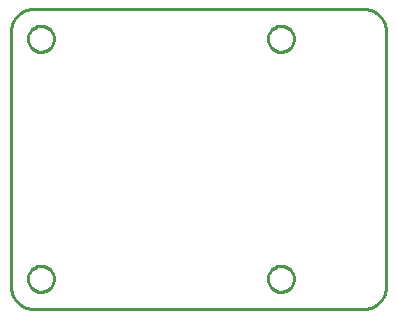
<source format=gbr>
G04 EAGLE Gerber X2 export*
%TF.Part,Single*%
%TF.FileFunction,Profile,NP*%
%TF.FilePolarity,Positive*%
%TF.GenerationSoftware,Autodesk,EAGLE,9.1.0*%
%TF.CreationDate,2018-08-21T06:48:51Z*%
G75*
%MOMM*%
%FSLAX34Y34*%
%LPD*%
%AMOC8*
5,1,8,0,0,1.08239X$1,22.5*%
G01*
%ADD10C,0.254000*%


D10*
X0Y19050D02*
X73Y17390D01*
X289Y15742D01*
X649Y14120D01*
X1149Y12535D01*
X1785Y10999D01*
X2552Y9525D01*
X3445Y8123D01*
X4457Y6805D01*
X5580Y5580D01*
X6805Y4457D01*
X8123Y3445D01*
X9525Y2552D01*
X10999Y1785D01*
X12535Y1149D01*
X14120Y649D01*
X15742Y289D01*
X17390Y73D01*
X19050Y0D01*
X298450Y0D01*
X300110Y73D01*
X301758Y289D01*
X303381Y649D01*
X304965Y1149D01*
X306501Y1785D01*
X307975Y2552D01*
X309377Y3445D01*
X310695Y4457D01*
X311920Y5580D01*
X313043Y6805D01*
X314055Y8123D01*
X314948Y9525D01*
X315715Y10999D01*
X316351Y12535D01*
X316851Y14120D01*
X317211Y15742D01*
X317428Y17390D01*
X317500Y19050D01*
X317500Y234950D01*
X317428Y236610D01*
X317211Y238258D01*
X316851Y239881D01*
X316351Y241465D01*
X315715Y243001D01*
X314948Y244475D01*
X314055Y245877D01*
X313043Y247195D01*
X311920Y248420D01*
X310695Y249543D01*
X309377Y250555D01*
X307975Y251448D01*
X306501Y252215D01*
X304965Y252851D01*
X303381Y253351D01*
X301758Y253711D01*
X300110Y253928D01*
X298450Y254000D01*
X19050Y254000D01*
X17390Y253928D01*
X15742Y253711D01*
X14120Y253351D01*
X12535Y252851D01*
X10999Y252215D01*
X9525Y251448D01*
X8123Y250555D01*
X6805Y249543D01*
X5580Y248420D01*
X4457Y247195D01*
X3445Y245877D01*
X2552Y244475D01*
X1785Y243001D01*
X1149Y241465D01*
X649Y239881D01*
X289Y238258D01*
X73Y236610D01*
X0Y234950D01*
X0Y19050D01*
X36400Y228168D02*
X36332Y227306D01*
X36197Y226452D01*
X35995Y225612D01*
X35728Y224790D01*
X35397Y223991D01*
X35005Y223221D01*
X34553Y222484D01*
X34045Y221785D01*
X33484Y221127D01*
X32873Y220516D01*
X32215Y219955D01*
X31516Y219447D01*
X30779Y218995D01*
X30009Y218603D01*
X29210Y218272D01*
X28388Y218005D01*
X27548Y217803D01*
X26694Y217668D01*
X25832Y217600D01*
X24968Y217600D01*
X24106Y217668D01*
X23252Y217803D01*
X22412Y218005D01*
X21590Y218272D01*
X20791Y218603D01*
X20021Y218995D01*
X19284Y219447D01*
X18585Y219955D01*
X17927Y220516D01*
X17316Y221127D01*
X16755Y221785D01*
X16247Y222484D01*
X15795Y223221D01*
X15403Y223991D01*
X15072Y224790D01*
X14805Y225612D01*
X14603Y226452D01*
X14468Y227306D01*
X14400Y228168D01*
X14400Y229032D01*
X14468Y229894D01*
X14603Y230748D01*
X14805Y231588D01*
X15072Y232410D01*
X15403Y233209D01*
X15795Y233979D01*
X16247Y234716D01*
X16755Y235415D01*
X17316Y236073D01*
X17927Y236684D01*
X18585Y237245D01*
X19284Y237753D01*
X20021Y238205D01*
X20791Y238597D01*
X21590Y238928D01*
X22412Y239195D01*
X23252Y239397D01*
X24106Y239532D01*
X24968Y239600D01*
X25832Y239600D01*
X26694Y239532D01*
X27548Y239397D01*
X28388Y239195D01*
X29210Y238928D01*
X30009Y238597D01*
X30779Y238205D01*
X31516Y237753D01*
X32215Y237245D01*
X32873Y236684D01*
X33484Y236073D01*
X34045Y235415D01*
X34553Y234716D01*
X35005Y233979D01*
X35397Y233209D01*
X35728Y232410D01*
X35995Y231588D01*
X36197Y230748D01*
X36332Y229894D01*
X36400Y229032D01*
X36400Y228168D01*
X36400Y24968D02*
X36332Y24106D01*
X36197Y23252D01*
X35995Y22412D01*
X35728Y21590D01*
X35397Y20791D01*
X35005Y20021D01*
X34553Y19284D01*
X34045Y18585D01*
X33484Y17927D01*
X32873Y17316D01*
X32215Y16755D01*
X31516Y16247D01*
X30779Y15795D01*
X30009Y15403D01*
X29210Y15072D01*
X28388Y14805D01*
X27548Y14603D01*
X26694Y14468D01*
X25832Y14400D01*
X24968Y14400D01*
X24106Y14468D01*
X23252Y14603D01*
X22412Y14805D01*
X21590Y15072D01*
X20791Y15403D01*
X20021Y15795D01*
X19284Y16247D01*
X18585Y16755D01*
X17927Y17316D01*
X17316Y17927D01*
X16755Y18585D01*
X16247Y19284D01*
X15795Y20021D01*
X15403Y20791D01*
X15072Y21590D01*
X14805Y22412D01*
X14603Y23252D01*
X14468Y24106D01*
X14400Y24968D01*
X14400Y25832D01*
X14468Y26694D01*
X14603Y27548D01*
X14805Y28388D01*
X15072Y29210D01*
X15403Y30009D01*
X15795Y30779D01*
X16247Y31516D01*
X16755Y32215D01*
X17316Y32873D01*
X17927Y33484D01*
X18585Y34045D01*
X19284Y34553D01*
X20021Y35005D01*
X20791Y35397D01*
X21590Y35728D01*
X22412Y35995D01*
X23252Y36197D01*
X24106Y36332D01*
X24968Y36400D01*
X25832Y36400D01*
X26694Y36332D01*
X27548Y36197D01*
X28388Y35995D01*
X29210Y35728D01*
X30009Y35397D01*
X30779Y35005D01*
X31516Y34553D01*
X32215Y34045D01*
X32873Y33484D01*
X33484Y32873D01*
X34045Y32215D01*
X34553Y31516D01*
X35005Y30779D01*
X35397Y30009D01*
X35728Y29210D01*
X35995Y28388D01*
X36197Y27548D01*
X36332Y26694D01*
X36400Y25832D01*
X36400Y24968D01*
X239600Y228168D02*
X239532Y227306D01*
X239397Y226452D01*
X239195Y225612D01*
X238928Y224790D01*
X238597Y223991D01*
X238205Y223221D01*
X237753Y222484D01*
X237245Y221785D01*
X236684Y221127D01*
X236073Y220516D01*
X235415Y219955D01*
X234716Y219447D01*
X233979Y218995D01*
X233209Y218603D01*
X232410Y218272D01*
X231588Y218005D01*
X230748Y217803D01*
X229894Y217668D01*
X229032Y217600D01*
X228168Y217600D01*
X227306Y217668D01*
X226452Y217803D01*
X225612Y218005D01*
X224790Y218272D01*
X223991Y218603D01*
X223221Y218995D01*
X222484Y219447D01*
X221785Y219955D01*
X221127Y220516D01*
X220516Y221127D01*
X219955Y221785D01*
X219447Y222484D01*
X218995Y223221D01*
X218603Y223991D01*
X218272Y224790D01*
X218005Y225612D01*
X217803Y226452D01*
X217668Y227306D01*
X217600Y228168D01*
X217600Y229032D01*
X217668Y229894D01*
X217803Y230748D01*
X218005Y231588D01*
X218272Y232410D01*
X218603Y233209D01*
X218995Y233979D01*
X219447Y234716D01*
X219955Y235415D01*
X220516Y236073D01*
X221127Y236684D01*
X221785Y237245D01*
X222484Y237753D01*
X223221Y238205D01*
X223991Y238597D01*
X224790Y238928D01*
X225612Y239195D01*
X226452Y239397D01*
X227306Y239532D01*
X228168Y239600D01*
X229032Y239600D01*
X229894Y239532D01*
X230748Y239397D01*
X231588Y239195D01*
X232410Y238928D01*
X233209Y238597D01*
X233979Y238205D01*
X234716Y237753D01*
X235415Y237245D01*
X236073Y236684D01*
X236684Y236073D01*
X237245Y235415D01*
X237753Y234716D01*
X238205Y233979D01*
X238597Y233209D01*
X238928Y232410D01*
X239195Y231588D01*
X239397Y230748D01*
X239532Y229894D01*
X239600Y229032D01*
X239600Y228168D01*
X239600Y24968D02*
X239532Y24106D01*
X239397Y23252D01*
X239195Y22412D01*
X238928Y21590D01*
X238597Y20791D01*
X238205Y20021D01*
X237753Y19284D01*
X237245Y18585D01*
X236684Y17927D01*
X236073Y17316D01*
X235415Y16755D01*
X234716Y16247D01*
X233979Y15795D01*
X233209Y15403D01*
X232410Y15072D01*
X231588Y14805D01*
X230748Y14603D01*
X229894Y14468D01*
X229032Y14400D01*
X228168Y14400D01*
X227306Y14468D01*
X226452Y14603D01*
X225612Y14805D01*
X224790Y15072D01*
X223991Y15403D01*
X223221Y15795D01*
X222484Y16247D01*
X221785Y16755D01*
X221127Y17316D01*
X220516Y17927D01*
X219955Y18585D01*
X219447Y19284D01*
X218995Y20021D01*
X218603Y20791D01*
X218272Y21590D01*
X218005Y22412D01*
X217803Y23252D01*
X217668Y24106D01*
X217600Y24968D01*
X217600Y25832D01*
X217668Y26694D01*
X217803Y27548D01*
X218005Y28388D01*
X218272Y29210D01*
X218603Y30009D01*
X218995Y30779D01*
X219447Y31516D01*
X219955Y32215D01*
X220516Y32873D01*
X221127Y33484D01*
X221785Y34045D01*
X222484Y34553D01*
X223221Y35005D01*
X223991Y35397D01*
X224790Y35728D01*
X225612Y35995D01*
X226452Y36197D01*
X227306Y36332D01*
X228168Y36400D01*
X229032Y36400D01*
X229894Y36332D01*
X230748Y36197D01*
X231588Y35995D01*
X232410Y35728D01*
X233209Y35397D01*
X233979Y35005D01*
X234716Y34553D01*
X235415Y34045D01*
X236073Y33484D01*
X236684Y32873D01*
X237245Y32215D01*
X237753Y31516D01*
X238205Y30779D01*
X238597Y30009D01*
X238928Y29210D01*
X239195Y28388D01*
X239397Y27548D01*
X239532Y26694D01*
X239600Y25832D01*
X239600Y24968D01*
M02*

</source>
